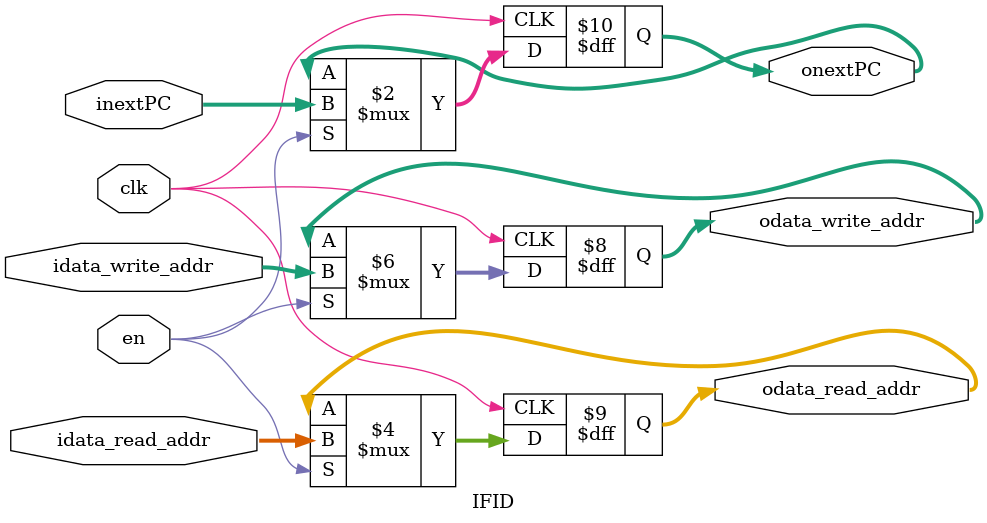
<source format=v>
module IFID (
    input  clk,
    input  en,
    input  [7:0] idata_write_addr,
    input  [7:0] idata_read_addr,
    input  [7:0] inextPC,
    output reg [7:0] odata_write_addr,
    output reg [7:0] odata_read_addr,
    output reg [7:0] onextPC
);

  always @(posedge (clk)) begin
    if (en) begin
      odata_write_addr <= idata_write_addr;
      odata_read_addr <= idata_read_addr;
      onextPC <= inextPC;
    end
  end


endmodule
</source>
